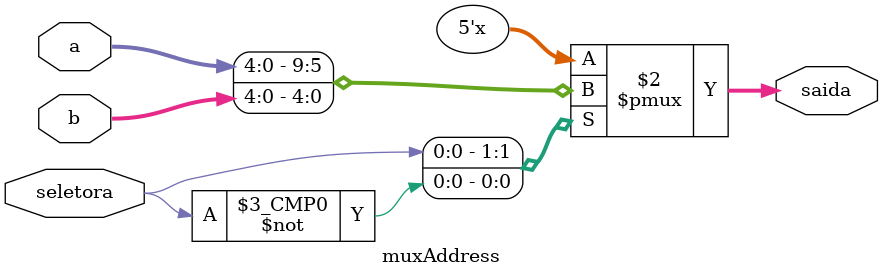
<source format=v>
module muxAddress(a, b, seletora, saida);

input seletora;
input [4:0] a, b;
output reg [4:0] saida;

always@(*) begin
	case(seletora)
	1'b1: saida = a;
	1'b0: saida = b;
	default: saida = b;
	endcase
end

endmodule

</source>
